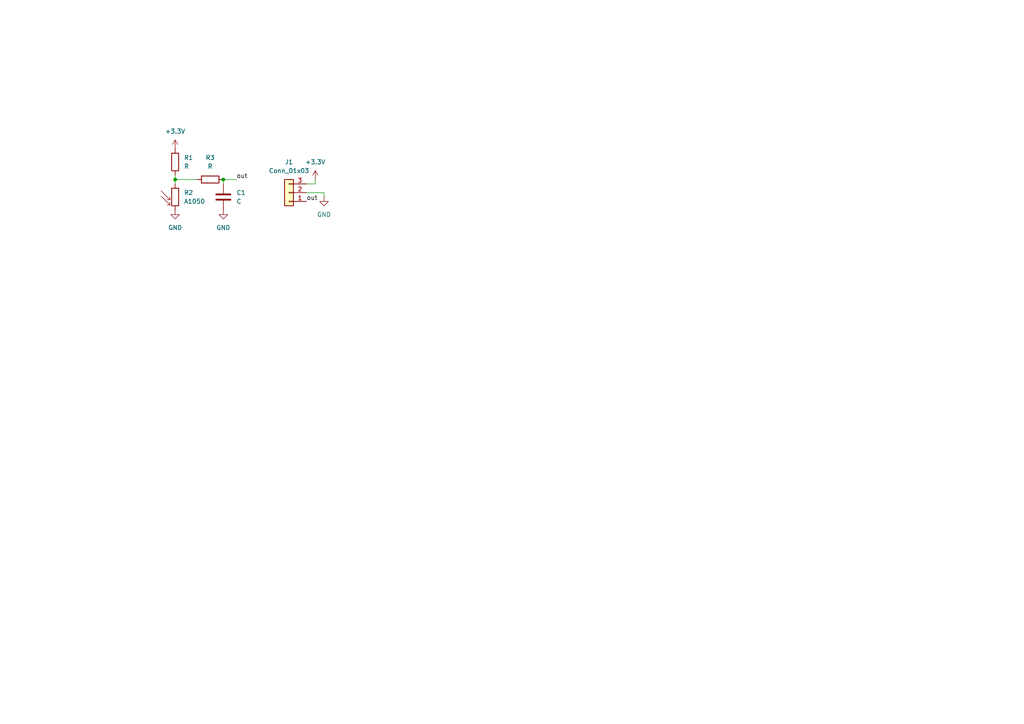
<source format=kicad_sch>
(kicad_sch (version 20250114) (generator "eeschema") (generator_version "9.0")
  (paper "A4")
  (lib_symbols
    (symbol "Connector_Generic:Conn_01x03" (pin_names (offset 1.016) (hide yes))
      (property "Reference" "J" (at 0 5.08 0))
      (property "Value" "Conn_01x03" (at 0 -5.08 0))
      (symbol "Conn_01x03_1_1"
        (rectangle (start -1.27 3.81) (end 1.27 -3.81) (stroke (width 0.254)) (fill (type background)))
        (rectangle (start -1.27 2.667) (end 0 2.413) (stroke (width 0.1524)))
        (rectangle (start -1.27 0.127) (end 0 -0.127) (stroke (width 0.1524)))
        (rectangle (start -1.27 -2.413) (end 0 -2.667) (stroke (width 0.1524)))
        (pin passive line (at -5.08 2.54 0) (length 3.81) (name "Pin_1") (number "1"))
        (pin passive line (at -5.08 0 0) (length 3.81) (name "Pin_2") (number "2"))
        (pin passive line (at -5.08 -2.54 0) (length 3.81) (name "Pin_3") (number "3"))
      )
    )
    (symbol "Device:C" (pin_numbers (hide yes)) (pin_names (offset 0.254))
      (property "Reference" "C" (at 0.635 2.54 0))
      (property "Value" "C" (at 0.635 -2.54 0))
      (symbol "C_0_1"
        (polyline (pts (xy -2.032 0.762) (xy 2.032 0.762)) (stroke (width 0.508)))
        (polyline (pts (xy -2.032 -0.762) (xy 2.032 -0.762)) (stroke (width 0.508)))
      )
      (symbol "C_1_1"
        (pin passive line (at 0 3.81 270) (length 2.794) (name "~") (number "1"))
        (pin passive line (at 0 -3.81 90) (length 2.794) (name "~") (number "2"))
      )
    )
    (symbol "Device:R" (pin_numbers (hide yes)) (pin_names (offset 0))
      (property "Reference" "R" (at 2.032 0 90))
      (property "Value" "R" (at 0 0 90))
      (symbol "R_0_1"
        (rectangle (start -1.016 -2.54) (end 1.016 2.54) (stroke (width 0.254)))
      )
      (symbol "R_1_1"
        (pin passive line (at 0 3.81 270) (length 1.27) (name "~") (number "1"))
        (pin passive line (at 0 -3.81 90) (length 1.27) (name "~") (number "2"))
      )
    )
    (symbol "Sensor_Optical:A1050" (pin_numbers (hide yes)) (pin_names (offset 0))
      (property "Reference" "R" (at -5.08 0 90))
      (property "Value" "A1050" (at 1.905 0 90))
      (symbol "A1050_0_1"
        (polyline (pts (xy -1.524 -0.762) (xy -4.064 1.778)))
        (polyline (pts (xy -1.524 -0.762) (xy -2.286 -0.762)))
        (polyline (pts (xy -1.524 -0.762) (xy -1.524 0)))
        (polyline (pts (xy -1.524 -2.286) (xy -4.064 0.254)))
        (polyline (pts (xy -1.524 -2.286) (xy -2.286 -2.286)))
        (polyline (pts (xy -1.524 -2.286) (xy -1.524 -1.524)))
        (rectangle (start -1.016 2.54) (end 1.016 -2.54) (stroke (width 0.254)))
      )
      (symbol "A1050_1_1"
        (pin passive line (at 0 3.81 270) (length 1.27) (name "~") (number "1"))
        (pin passive line (at 0 -3.81 90) (length 1.27) (name "~") (number "2"))
      )
    )
    (symbol "power:+3.3V" (power) (pin_numbers (hide yes)) (pin_names (offset 0) (hide yes))
      (property "Value" "+3.3V" (at 0 3.556 0))
      (symbol "+3.3V_0_1"
        (polyline (pts (xy -0.762 1.27) (xy 0 2.54)))
        (polyline (pts (xy 0 2.54) (xy 0.762 1.27)))
        (polyline (pts (xy 0 0) (xy 0 2.54)))
      )
      (symbol "+3.3V_1_1"
        (pin power_in line (at 0 0 90) (length 0) (name "~") (number "1"))
      )
    )
    (symbol "power:GND" (power) (pin_numbers (hide yes)) (pin_names (offset 0) (hide yes))
      (property "Value" "GND" (at 0 -3.81 0))
      (symbol "GND_0_1"
        (polyline (pts (xy 0 0) (xy 0 -1.27) (xy 1.27 -1.27) (xy 0 -2.54) (xy -1.27 -1.27) (xy 0 -1.27)))
      )
      (symbol "GND_1_1"
        (pin power_in line (at 0 0 270) (length 0) (name "~") (number "1"))
      )
    )
  )
  (junction (at 64.77 52.07))
  (junction (at 50.8 52.07))
  (wire (pts (xy 64.77 53.34) (xy 64.77 52.07)))
  (wire (pts (xy 91.44 52.07) (xy 91.44 53.34)))
  (wire (pts (xy 64.77 52.07) (xy 68.58 52.07)))
  (wire (pts (xy 50.8 52.07) (xy 50.8 50.8)))
  (wire (pts (xy 88.9 55.88) (xy 93.98 55.88)))
  (wire (pts (xy 57.15 52.07) (xy 50.8 52.07)))
  (wire (pts (xy 93.98 55.88) (xy 93.98 57.15)))
  (wire (pts (xy 91.44 53.34) (xy 88.9 53.34)))
  (wire (pts (xy 50.8 53.34) (xy 50.8 52.07)))
  (label "out" (at 88.9 58.42 0))
  (label "out" (at 68.58 52.07 0))
  (symbol (lib_id "power:GND") (at 64.77 60.96 0) (unit 1)
    (property "Reference" "#PWR03" (effects (hide yes)))
    (property "Value" "GND" (at 64.77 66.04 0))
    (property "Description" "Power symbol creates a global label with name \"GND\" , ground" (effects (hide yes)))
  )
  (symbol (lib_id "power:+3.3V") (at 50.8 43.18 0) (unit 1)
    (property "Reference" "#PWR01" (effects (hide yes)))
    (property "Value" "+3.3V" (at 50.8 38.1 0))
    (property "Description" "Power symbol creates a global label with name \"+3.3V\"" (effects (hide yes)))
  )
  (symbol (lib_id "power:+3.3V") (at 91.44 52.07 0) (unit 1)
    (property "Reference" "#PWR04" (effects (hide yes)))
    (property "Value" "+3.3V" (at 91.44 46.99 0))
    (property "Description" "Power symbol creates a global label with name \"+3.3V\"" (effects (hide yes)))
  )
  (symbol (lib_id "Device:R") (at 50.8 46.99 180) (unit 1)
    (property "Reference" "R1" (at 53.34 45.7199 0) (effects (justify right)))
    (property "Value" "R" (at 53.34 48.2599 0) (effects (justify right)))
    (property "Footprint" "Resistor_THT:R_Axial_DIN0414_L11.9mm_D4.5mm_P15.24mm_Horizontal" (effects (hide yes)))
    (property "Description" "Resistor" (effects (hide yes)))
  )
  (symbol (lib_id "Device:C") (at 64.77 57.15 0) (unit 1)
    (property "Reference" "C1" (at 68.58 55.8799 0) (effects (justify left)))
    (property "Value" "C" (at 68.58 58.4199 0) (effects (justify left)))
    (property "Footprint" "Capacitor_THT:C_Rect_L4.6mm_W2.0mm_P2.50mm_MKS02_FKP02" (effects (hide yes)))
    (property "Description" "Unpolarized capacitor" (effects (hide yes)))
  )
  (symbol (lib_id "Sensor_Optical:A1050") (at 50.8 57.15 0) (unit 1)
    (property "Reference" "R2" (at 53.34 55.8799 0) (effects (justify left)))
    (property "Value" "A1050" (at 53.34 58.4199 0) (effects (justify left)))
    (property "Footprint" "OptoDevice:R_LDR_D6.4mm_P3.4mm_Vertical" (effects (hide yes)))
    (property "Datasheet" "http://cdn-reichelt.de/documents/datenblatt/A500/A106012.pdf" (effects (hide yes)))
    (property "Description" "light dependent resistor" (effects (hide yes)))
  )
  (symbol (lib_id "Connector_Generic:Conn_01x03") (at 83.82 55.88 180) (unit 1)
    (property "Reference" "J1" (at 83.82 46.99 0))
    (property "Value" "Conn_01x03" (at 83.82 49.53 0))
    (property "Footprint" "Connector_PinHeader_2.54mm:PinHeader_1x03_P2.54mm_Horizontal" (effects (hide yes)))
    (property "Description" "Generic connector, single row, 01x03, script generated (kicad-library-utils/schlib/autogen/connector/)" (effects (hide yes)))
  )
  (symbol (lib_id "power:GND") (at 50.8 60.96 0) (unit 1)
    (property "Reference" "#PWR02" (effects (hide yes)))
    (property "Value" "GND" (at 50.8 66.04 0))
    (property "Description" "Power symbol creates a global label with name \"GND\" , ground" (effects (hide yes)))
  )
  (symbol (lib_id "power:GND") (at 93.98 57.15 0) (unit 1)
    (property "Reference" "#PWR05" (effects (hide yes)))
    (property "Value" "GND" (at 93.98 62.23 0))
    (property "Description" "Power symbol creates a global label with name \"GND\" , ground" (effects (hide yes)))
  )
  (symbol (lib_id "Device:R") (at 60.96 52.07 90) (unit 1)
    (property "Reference" "R3" (at 60.96 45.72 90))
    (property "Value" "R" (at 60.96 48.26 90))
    (property "Footprint" "Resistor_THT:R_Axial_DIN0414_L11.9mm_D4.5mm_P15.24mm_Horizontal" (effects (hide yes)))
    (property "Description" "Resistor" (effects (hide yes)))
  )
)
</source>
